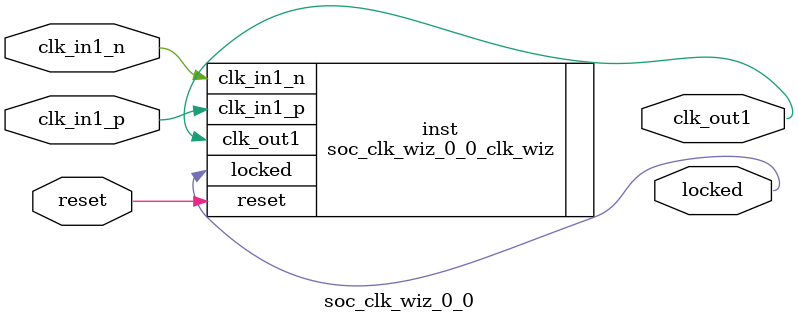
<source format=v>


`timescale 1ps/1ps

(* CORE_GENERATION_INFO = "soc_clk_wiz_0_0,clk_wiz_v5_4_2_0,{component_name=soc_clk_wiz_0_0,use_phase_alignment=true,use_min_o_jitter=false,use_max_i_jitter=false,use_dyn_phase_shift=false,use_inclk_switchover=false,use_dyn_reconfig=false,enable_axi=0,feedback_source=FDBK_AUTO,PRIMITIVE=MMCM,num_out_clk=1,clkin1_period=5.000,clkin2_period=10.0,use_power_down=false,use_reset=true,use_locked=true,use_inclk_stopped=false,feedback_type=SINGLE,CLOCK_MGR_TYPE=NA,manual_override=false}" *)

module soc_clk_wiz_0_0 
 (
  // Clock out ports
  output        clk_out1,
  // Status and control signals
  input         reset,
  output        locked,
 // Clock in ports
  input         clk_in1_p,
  input         clk_in1_n
 );

  soc_clk_wiz_0_0_clk_wiz inst
  (
  // Clock out ports  
  .clk_out1(clk_out1),
  // Status and control signals               
  .reset(reset), 
  .locked(locked),
 // Clock in ports
  .clk_in1_p(clk_in1_p),
  .clk_in1_n(clk_in1_n)
  );

endmodule

</source>
